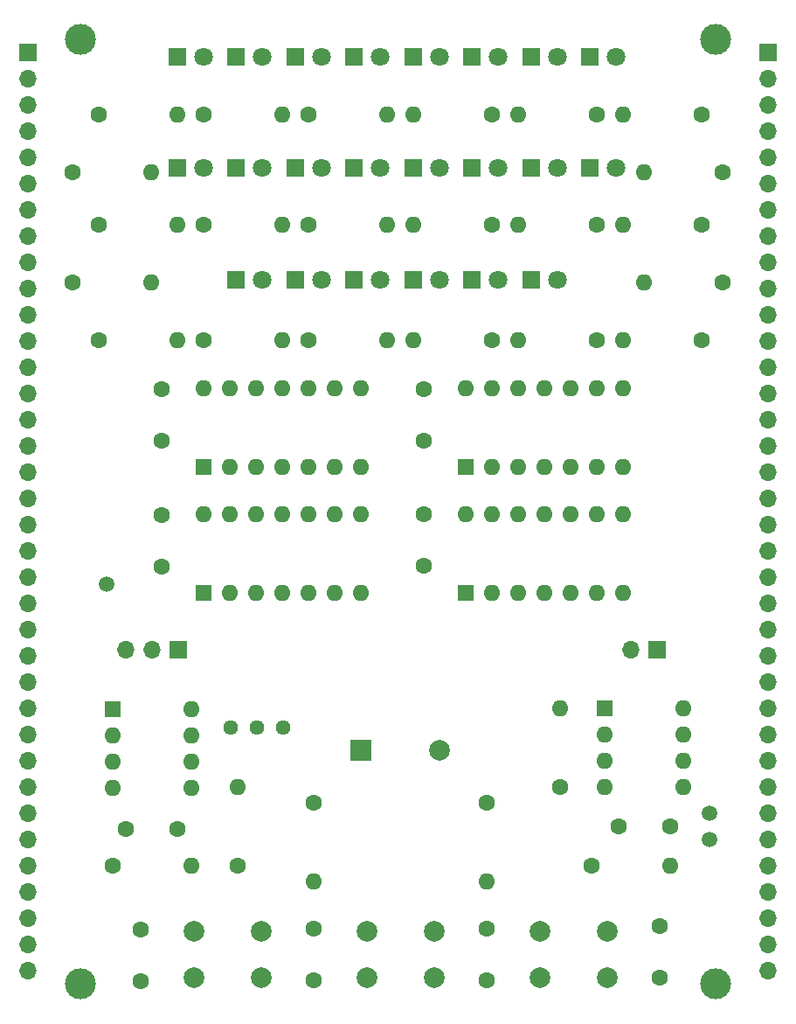
<source format=gts>
G04 #@! TF.GenerationSoftware,KiCad,Pcbnew,8.0.9-8.0.9-0~ubuntu22.04.1*
G04 #@! TF.CreationDate,2025-06-29T10:32:47+10:00*
G04 #@! TF.ProjectId,UE1-TTL-Clock,5545312d-5454-44c2-9d43-6c6f636b2e6b,rev?*
G04 #@! TF.SameCoordinates,Original*
G04 #@! TF.FileFunction,Soldermask,Top*
G04 #@! TF.FilePolarity,Negative*
%FSLAX46Y46*%
G04 Gerber Fmt 4.6, Leading zero omitted, Abs format (unit mm)*
G04 Created by KiCad (PCBNEW 8.0.9-8.0.9-0~ubuntu22.04.1) date 2025-06-29 10:32:47*
%MOMM*%
%LPD*%
G01*
G04 APERTURE LIST*
%ADD10C,1.600000*%
%ADD11R,1.800000X1.800000*%
%ADD12C,1.800000*%
%ADD13C,2.000000*%
%ADD14R,2.000000X2.000000*%
%ADD15R,1.600000X1.600000*%
%ADD16O,1.600000X1.600000*%
%ADD17C,3.000000*%
%ADD18C,1.500000*%
%ADD19R,1.700000X1.700000*%
%ADD20O,1.700000X1.700000*%
%ADD21C,1.440000*%
G04 APERTURE END LIST*
D10*
X103124000Y-85932000D03*
X103124000Y-90932000D03*
D11*
X116078000Y-75311000D03*
D12*
X118618000Y-75311000D03*
D10*
X134620000Y-143176000D03*
X134620000Y-138176000D03*
D13*
X106276000Y-138375000D03*
X112776000Y-138375000D03*
X106276000Y-142875000D03*
X112776000Y-142875000D03*
X139804000Y-138375000D03*
X146304000Y-138375000D03*
X139804000Y-142875000D03*
X146304000Y-142875000D03*
D10*
X128524000Y-98044000D03*
X128524000Y-103044000D03*
D14*
X122490000Y-120904000D03*
D13*
X130090000Y-120904000D03*
D15*
X107188000Y-93472000D03*
D16*
X109728000Y-93472000D03*
X112268000Y-93472000D03*
X114808000Y-93472000D03*
X117348000Y-93472000D03*
X119888000Y-93472000D03*
X122428000Y-93472000D03*
X122428000Y-85852000D03*
X119888000Y-85852000D03*
X117348000Y-85852000D03*
X114808000Y-85852000D03*
X112268000Y-85852000D03*
X109728000Y-85852000D03*
X107188000Y-85852000D03*
D17*
X156845000Y-52070000D03*
D10*
X107188000Y-59309000D03*
D16*
X114808000Y-59309000D03*
D10*
X110490000Y-132080000D03*
D16*
X110490000Y-124460000D03*
D18*
X156210000Y-127000000D03*
D19*
X90170000Y-53340000D03*
D20*
X90170000Y-55880000D03*
X90170000Y-58420000D03*
X90170000Y-60960000D03*
X90170000Y-63500000D03*
X90170000Y-66040000D03*
X90170000Y-68580000D03*
X90170000Y-71120000D03*
X90170000Y-73660000D03*
X90170000Y-76200000D03*
X90170000Y-78740000D03*
X90170000Y-81280000D03*
X90170000Y-83820000D03*
X90170000Y-86360000D03*
X90170000Y-88900000D03*
X90170000Y-91440000D03*
X90170000Y-93980000D03*
X90170000Y-96520000D03*
X90170000Y-99060000D03*
X90170000Y-101600000D03*
X90170000Y-104140000D03*
X90170000Y-106680000D03*
X90170000Y-109220000D03*
X90170000Y-111760000D03*
X90170000Y-114300000D03*
X90170000Y-116840000D03*
X90170000Y-119380000D03*
X90170000Y-121920000D03*
X90170000Y-124460000D03*
X90170000Y-127000000D03*
X90170000Y-129540000D03*
X90170000Y-132080000D03*
X90170000Y-134620000D03*
X90170000Y-137160000D03*
X90170000Y-139700000D03*
X90170000Y-142240000D03*
D10*
X145288000Y-81153000D03*
D16*
X137668000Y-81153000D03*
D15*
X132583000Y-105664000D03*
D16*
X135123000Y-105664000D03*
X137663000Y-105664000D03*
X140203000Y-105664000D03*
X142743000Y-105664000D03*
X145283000Y-105664000D03*
X147823000Y-105664000D03*
X147823000Y-98044000D03*
X145283000Y-98044000D03*
X142743000Y-98044000D03*
X140203000Y-98044000D03*
X137663000Y-98044000D03*
X135123000Y-98044000D03*
X132583000Y-98044000D03*
D15*
X98425000Y-116850000D03*
D16*
X98425000Y-119390000D03*
X98425000Y-121930000D03*
X98425000Y-124470000D03*
X106045000Y-124470000D03*
X106045000Y-121930000D03*
X106045000Y-119390000D03*
X106045000Y-116850000D03*
D10*
X151384000Y-137875000D03*
X151384000Y-142875000D03*
D15*
X107188000Y-105664000D03*
D16*
X109728000Y-105664000D03*
X112268000Y-105664000D03*
X114808000Y-105664000D03*
X117348000Y-105664000D03*
X119888000Y-105664000D03*
X122428000Y-105664000D03*
X122428000Y-98044000D03*
X119888000Y-98044000D03*
X117348000Y-98044000D03*
X114808000Y-98044000D03*
X112268000Y-98044000D03*
X109728000Y-98044000D03*
X107188000Y-98044000D03*
D17*
X95250000Y-143510000D03*
D10*
X155448000Y-59309000D03*
D16*
X147828000Y-59309000D03*
D10*
X135128000Y-69977000D03*
D16*
X127508000Y-69977000D03*
D10*
X155448000Y-69977000D03*
D16*
X147828000Y-69977000D03*
D11*
X116078000Y-64516000D03*
D12*
X118618000Y-64516000D03*
D10*
X155448000Y-81153000D03*
D16*
X147828000Y-81153000D03*
D19*
X104775000Y-111125000D03*
D20*
X102235000Y-111125000D03*
X99695000Y-111125000D03*
D11*
X138938000Y-75311000D03*
D12*
X141478000Y-75311000D03*
D10*
X117348000Y-69977000D03*
D16*
X124968000Y-69977000D03*
D11*
X121793000Y-75311000D03*
D12*
X124333000Y-75311000D03*
D10*
X117348000Y-81153000D03*
D16*
X124968000Y-81153000D03*
D15*
X146050000Y-116840000D03*
D16*
X146050000Y-119380000D03*
X146050000Y-121920000D03*
X146050000Y-124460000D03*
X153670000Y-124460000D03*
X153670000Y-121920000D03*
X153670000Y-119380000D03*
X153670000Y-116840000D03*
D11*
X138938000Y-64516000D03*
D12*
X141478000Y-64516000D03*
D11*
X110363000Y-64516000D03*
D12*
X112903000Y-64516000D03*
D10*
X145288000Y-59309000D03*
D16*
X137668000Y-59309000D03*
D10*
X144780000Y-132080000D03*
D16*
X152400000Y-132080000D03*
D11*
X121793000Y-64516000D03*
D12*
X124333000Y-64516000D03*
D10*
X117856000Y-143176000D03*
X117856000Y-138176000D03*
X97028000Y-81153000D03*
D16*
X104648000Y-81153000D03*
D10*
X94488000Y-64897000D03*
D16*
X102108000Y-64897000D03*
D11*
X110363000Y-53721000D03*
D12*
X112903000Y-53721000D03*
D11*
X133223000Y-64516000D03*
D12*
X135763000Y-64516000D03*
D11*
X127508000Y-75311000D03*
D12*
X130048000Y-75311000D03*
D10*
X107188000Y-81153000D03*
D16*
X114808000Y-81153000D03*
D10*
X104695000Y-128524000D03*
X99695000Y-128524000D03*
D18*
X97790000Y-104775000D03*
D11*
X144653000Y-64516000D03*
D12*
X147193000Y-64516000D03*
D11*
X133223000Y-53721000D03*
D12*
X135763000Y-53721000D03*
D11*
X127508000Y-64516000D03*
D12*
X130048000Y-64516000D03*
D11*
X104648000Y-53721000D03*
D12*
X107188000Y-53721000D03*
D10*
X97028000Y-59309000D03*
D16*
X104648000Y-59309000D03*
D11*
X121793000Y-53721000D03*
D12*
X124333000Y-53721000D03*
D11*
X104648000Y-64516000D03*
D12*
X107188000Y-64516000D03*
D10*
X134620000Y-125984000D03*
D16*
X134620000Y-133604000D03*
D11*
X138938000Y-53721000D03*
D12*
X141478000Y-53721000D03*
D10*
X101092000Y-138256000D03*
X101092000Y-143256000D03*
D11*
X116078000Y-53721000D03*
D12*
X118618000Y-53721000D03*
D15*
X132588000Y-93472000D03*
D16*
X135128000Y-93472000D03*
X137668000Y-93472000D03*
X140208000Y-93472000D03*
X142748000Y-93472000D03*
X145288000Y-93472000D03*
X147828000Y-93472000D03*
X147828000Y-85852000D03*
X145288000Y-85852000D03*
X142748000Y-85852000D03*
X140208000Y-85852000D03*
X137668000Y-85852000D03*
X135128000Y-85852000D03*
X132588000Y-85852000D03*
D10*
X94488000Y-75565000D03*
D16*
X102108000Y-75565000D03*
D17*
X95250000Y-52070000D03*
D10*
X145288000Y-69977000D03*
D16*
X137668000Y-69977000D03*
D11*
X144653000Y-53721000D03*
D12*
X147193000Y-53721000D03*
D10*
X157480000Y-64897000D03*
D16*
X149860000Y-64897000D03*
D13*
X123040000Y-138375000D03*
X129540000Y-138375000D03*
X123040000Y-142875000D03*
X129540000Y-142875000D03*
D10*
X157480000Y-75565000D03*
D16*
X149860000Y-75565000D03*
D17*
X156845000Y-143510000D03*
D11*
X110363000Y-75311000D03*
D12*
X112903000Y-75311000D03*
D19*
X161925000Y-53340000D03*
D20*
X161925000Y-55880000D03*
X161925000Y-58420000D03*
X161925000Y-60960000D03*
X161925000Y-63500000D03*
X161925000Y-66040000D03*
X161925000Y-68580000D03*
X161925000Y-71120000D03*
X161925000Y-73660000D03*
X161925000Y-76200000D03*
X161925000Y-78740000D03*
X161925000Y-81280000D03*
X161925000Y-83820000D03*
X161925000Y-86360000D03*
X161925000Y-88900000D03*
X161925000Y-91440000D03*
X161925000Y-93980000D03*
X161925000Y-96520000D03*
X161925000Y-99060000D03*
X161925000Y-101600000D03*
X161925000Y-104140000D03*
X161925000Y-106680000D03*
X161925000Y-109220000D03*
X161925000Y-111760000D03*
X161925000Y-114300000D03*
X161925000Y-116840000D03*
X161925000Y-119380000D03*
X161925000Y-121920000D03*
X161925000Y-124460000D03*
X161925000Y-127000000D03*
X161925000Y-129540000D03*
X161925000Y-132080000D03*
X161925000Y-134620000D03*
X161925000Y-137160000D03*
X161925000Y-139700000D03*
X161925000Y-142240000D03*
D10*
X135128000Y-59309000D03*
D16*
X127508000Y-59309000D03*
D10*
X117856000Y-125984000D03*
D16*
X117856000Y-133604000D03*
D10*
X141732000Y-124460000D03*
D16*
X141732000Y-116840000D03*
D10*
X97028000Y-69977000D03*
D16*
X104648000Y-69977000D03*
D10*
X152400000Y-128270000D03*
X147400000Y-128270000D03*
D18*
X156210000Y-129540000D03*
D11*
X127508000Y-53721000D03*
D12*
X130048000Y-53721000D03*
D11*
X133223000Y-75311000D03*
D12*
X135763000Y-75311000D03*
D10*
X117348000Y-59309000D03*
D16*
X124968000Y-59309000D03*
D10*
X103124000Y-98124000D03*
X103124000Y-103124000D03*
X128524000Y-85932000D03*
X128524000Y-90932000D03*
D21*
X114920000Y-118670000D03*
X112380000Y-118670000D03*
X109840000Y-118670000D03*
D10*
X107188000Y-69977000D03*
D16*
X114808000Y-69977000D03*
D19*
X151130000Y-111125000D03*
D20*
X148590000Y-111125000D03*
D10*
X135128000Y-81153000D03*
D16*
X127508000Y-81153000D03*
D10*
X98425000Y-132080000D03*
D16*
X106045000Y-132080000D03*
M02*

</source>
